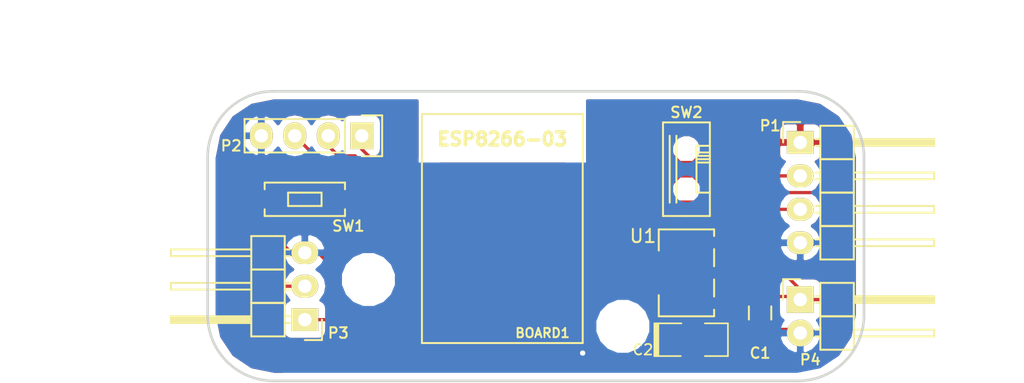
<source format=kicad_pcb>
(kicad_pcb (version 4) (host pcbnew 0.201510170916+6271~30~ubuntu14.04.1-product)

  (general
    (links 27)
    (no_connects 0)
    (area 137.559999 67.893999 187.560001 90.094001)
    (thickness 1.6)
    (drawings 12)
    (tracks 140)
    (zones 0)
    (modules 12)
    (nets 17)
  )

  (page A4)
  (layers
    (0 F.Cu signal)
    (31 B.Cu signal)
    (32 B.Adhes user)
    (33 F.Adhes user)
    (34 B.Paste user)
    (35 F.Paste user)
    (36 B.SilkS user)
    (37 F.SilkS user)
    (38 B.Mask user)
    (39 F.Mask user)
    (40 Dwgs.User user)
    (41 Cmts.User user)
    (42 Eco1.User user)
    (43 Eco2.User user)
    (44 Edge.Cuts user)
    (45 Margin user)
    (46 B.CrtYd user)
    (47 F.CrtYd user)
    (48 B.Fab user)
    (49 F.Fab user)
  )

  (setup
    (last_trace_width 0.25)
    (trace_clearance 0.2)
    (zone_clearance 0.508)
    (zone_45_only no)
    (trace_min 0.2)
    (segment_width 0.2)
    (edge_width 0.15)
    (via_size 0.6)
    (via_drill 0.4)
    (via_min_size 0.4)
    (via_min_drill 0.3)
    (uvia_size 0.3)
    (uvia_drill 0.1)
    (uvias_allowed no)
    (uvia_min_size 0.2)
    (uvia_min_drill 0.1)
    (pcb_text_width 0.3)
    (pcb_text_size 1.5 1.5)
    (mod_edge_width 0.15)
    (mod_text_size 1 1)
    (mod_text_width 0.15)
    (pad_size 1.524 1.524)
    (pad_drill 0.762)
    (pad_to_mask_clearance 0.2)
    (aux_axis_origin 0 0)
    (visible_elements FFFFFF7F)
    (pcbplotparams
      (layerselection 0x00030_80000001)
      (usegerberextensions false)
      (excludeedgelayer true)
      (linewidth 0.100000)
      (plotframeref false)
      (viasonmask false)
      (mode 1)
      (useauxorigin false)
      (hpglpennumber 1)
      (hpglpenspeed 20)
      (hpglpendiameter 15)
      (hpglpenoverlay 2)
      (psnegative false)
      (psa4output false)
      (plotreference true)
      (plotvalue true)
      (plotinvisibletext false)
      (padsonsilk false)
      (subtractmaskfromsilk false)
      (outputformat 1)
      (mirror false)
      (drillshape 1)
      (scaleselection 1)
      (outputdirectory ""))
  )

  (net 0 "")
  (net 1 GND)
  (net 2 "Net-(BOARD1-Pad2)")
  (net 3 /TX)
  (net 4 /RX)
  (net 5 "Net-(BOARD1-Pad5)")
  (net 6 +3V3)
  (net 7 "Net-(BOARD1-Pad7)")
  (net 8 /GPIO14)
  (net 9 /GPIO12)
  (net 10 /GPIO13)
  (net 11 /LEDs)
  (net 12 "Net-(BOARD1-Pad14)")
  (net 13 +5V)
  (net 14 "Net-(C2-Pad1)")
  (net 15 "Net-(SW2-Pad3)")
  (net 16 "Net-(SW2-Pad6)")

  (net_class Default "This is the default net class."
    (clearance 0.2)
    (trace_width 0.25)
    (via_dia 0.6)
    (via_drill 0.4)
    (uvia_dia 0.3)
    (uvia_drill 0.1)
    (add_net +3V3)
    (add_net +5V)
    (add_net /GPIO12)
    (add_net /GPIO13)
    (add_net /GPIO14)
    (add_net /LEDs)
    (add_net /RX)
    (add_net /TX)
    (add_net GND)
    (add_net "Net-(BOARD1-Pad14)")
    (add_net "Net-(BOARD1-Pad2)")
    (add_net "Net-(BOARD1-Pad5)")
    (add_net "Net-(BOARD1-Pad7)")
    (add_net "Net-(C2-Pad1)")
    (add_net "Net-(SW2-Pad3)")
    (add_net "Net-(SW2-Pad6)")
  )

  (module def-footprints:Board_ESP8266_03 (layer F.Cu) (tedit 562A9AB5) (tstamp 562A8668)
    (at 160.02 87.122)
    (path /561C181A)
    (fp_text reference BOARD1 (at 3.048 -0.762) (layer F.SilkS)
      (effects (font (size 0.7 0.7) (thickness 0.15)))
    )
    (fp_text value ESP8266-03 (at 0 -15.494 180) (layer F.SilkS)
      (effects (font (size 1 1) (thickness 0.25)))
    )
    (fp_line (start -6.1 0) (end 6.1 0) (layer F.SilkS) (width 0.15))
    (fp_line (start -6.1 -17.4) (end -6.1 0) (layer F.SilkS) (width 0.15))
    (fp_line (start -6.1 -17.4) (end 6.1 -17.4) (layer F.SilkS) (width 0.15))
    (fp_line (start 6.1 -17.4) (end 6.1 0) (layer F.SilkS) (width 0.15))
    (pad 1 smd rect (at 6.1 -1) (size 1.5 1) (layers F.Cu F.Paste F.Mask)
      (net 1 GND))
    (pad 2 smd rect (at 6.1 -3) (size 1.5 1) (layers F.Cu F.Paste F.Mask)
      (net 2 "Net-(BOARD1-Pad2)"))
    (pad 3 smd rect (at 6.1 -5) (size 1.5 1) (layers F.Cu F.Paste F.Mask)
      (net 3 /TX))
    (pad 4 smd rect (at 6.1 -7) (size 1.5 1) (layers F.Cu F.Paste F.Mask)
      (net 4 /RX))
    (pad 5 smd rect (at 6.1 -9) (size 1.5 1) (layers F.Cu F.Paste F.Mask)
      (net 5 "Net-(BOARD1-Pad5)"))
    (pad 6 smd rect (at 6.1 -11) (size 1.5 1) (layers F.Cu F.Paste F.Mask)
      (net 6 +3V3))
    (pad 7 smd rect (at 6.1 -13) (size 1.5 1) (layers F.Cu F.Paste F.Mask)
      (net 7 "Net-(BOARD1-Pad7)"))
    (pad 8 smd rect (at -6.1 -13) (size 1.5 1) (layers F.Cu F.Paste F.Mask)
      (net 6 +3V3))
    (pad 9 smd rect (at -6.1 -11) (size 1.5 1) (layers F.Cu F.Paste F.Mask)
      (net 8 /GPIO14))
    (pad 10 smd rect (at -6.1 -9) (size 1.5 1) (layers F.Cu F.Paste F.Mask)
      (net 9 /GPIO12))
    (pad 11 smd rect (at -6.1 -7) (size 1.5 1) (layers F.Cu F.Paste F.Mask)
      (net 10 /GPIO13))
    (pad 12 smd rect (at -6.1 -5) (size 1.5 1) (layers F.Cu F.Paste F.Mask)
      (net 1 GND))
    (pad 13 smd rect (at -6.1 -3) (size 1.5 1) (layers F.Cu F.Paste F.Mask)
      (net 11 /LEDs))
    (pad 14 smd rect (at -6.1 -1) (size 1.5 1) (layers F.Cu F.Paste F.Mask)
      (net 12 "Net-(BOARD1-Pad14)"))
  )

  (module Capacitors_SMD:C_0805_HandSoldering (layer F.Cu) (tedit 562A9B69) (tstamp 562A866E)
    (at 179.578 84.836 270)
    (descr "Capacitor SMD 0805, hand soldering")
    (tags "capacitor 0805")
    (path /56255599)
    (attr smd)
    (fp_text reference C1 (at 3.048 0 360) (layer F.SilkS)
      (effects (font (size 0.8 0.8) (thickness 0.15)))
    )
    (fp_text value C (at 0 2.1 270) (layer F.Fab) hide
      (effects (font (size 1 1) (thickness 0.15)))
    )
    (fp_line (start -2.3 -1) (end 2.3 -1) (layer F.CrtYd) (width 0.05))
    (fp_line (start -2.3 1) (end 2.3 1) (layer F.CrtYd) (width 0.05))
    (fp_line (start -2.3 -1) (end -2.3 1) (layer F.CrtYd) (width 0.05))
    (fp_line (start 2.3 -1) (end 2.3 1) (layer F.CrtYd) (width 0.05))
    (fp_line (start 0.5 -0.85) (end -0.5 -0.85) (layer F.SilkS) (width 0.15))
    (fp_line (start -0.5 0.85) (end 0.5 0.85) (layer F.SilkS) (width 0.15))
    (pad 1 smd rect (at -1.25 0 270) (size 1.5 1.25) (layers F.Cu F.Paste F.Mask)
      (net 13 +5V))
    (pad 2 smd rect (at 1.25 0 270) (size 1.5 1.25) (layers F.Cu F.Paste F.Mask)
      (net 1 GND))
    (model Capacitors_SMD.3dshapes/C_0805_HandSoldering.wrl
      (at (xyz 0 0 0))
      (scale (xyz 1 1 1))
      (rotate (xyz 0 0 0))
    )
  )

  (module def-footprints:Package_1206_pol (layer F.Cu) (tedit 562A9B18) (tstamp 562A8674)
    (at 174.498 86.868)
    (path /562555F5)
    (attr smd)
    (fp_text reference C2 (at -3.81 0.762) (layer F.SilkS)
      (effects (font (size 0.8 0.8) (thickness 0.127)))
    )
    (fp_text value CP (at 0 0) (layer F.Fab) hide
      (effects (font (size 0.6 0.6) (thickness 0.127)))
    )
    (fp_line (start -2.74 -1.243) (end -2.74 1.243) (layer F.SilkS) (width 0.127))
    (fp_line (start -2.84 -1.243) (end -2.84 1.243) (layer F.SilkS) (width 0.127))
    (fp_line (start -2.94 -1.243) (end -2.94 1.243) (layer F.SilkS) (width 0.127))
    (fp_line (start -2.64 -1.243) (end -2.64 1.243) (layer F.SilkS) (width 0.127))
    (fp_line (start -2.94 1.243) (end -0.939 1.243) (layer F.SilkS) (width 0.127))
    (fp_line (start 0.889 -1.243) (end 2.64 -1.243) (layer F.SilkS) (width 0.127))
    (fp_line (start 2.64 -1.243) (end 2.64 1.243) (layer F.SilkS) (width 0.127))
    (fp_line (start 2.64 1.243) (end 0.889 1.243) (layer F.SilkS) (width 0.127))
    (fp_line (start -0.889 -1.243) (end -2.94 -1.243) (layer F.SilkS) (width 0.127))
    (pad 1 smd rect (at -1.651 0) (size 1.524 2.032) (layers F.Cu F.Paste F.Mask)
      (net 14 "Net-(C2-Pad1)"))
    (pad 2 smd rect (at 1.651 0) (size 1.524 2.032) (layers F.Cu F.Paste F.Mask)
      (net 1 GND))
    (model smd/chip_cms.wrl
      (at (xyz 0 0 0))
      (scale (xyz 0.17 0.16 0.16))
      (rotate (xyz 0 0 0))
    )
  )

  (module Pin_Headers:Pin_Header_Angled_1x04 (layer F.Cu) (tedit 562A9B03) (tstamp 562A867C)
    (at 182.626 71.882)
    (descr "Through hole pin header")
    (tags "pin header")
    (path /56255B55)
    (fp_text reference P1 (at -2.286 -1.27) (layer F.SilkS)
      (effects (font (size 0.8 0.8) (thickness 0.15)))
    )
    (fp_text value CONN_01X04 (at 0 -3.1) (layer F.Fab) hide
      (effects (font (size 1 1) (thickness 0.15)))
    )
    (fp_line (start -1.5 -1.75) (end -1.5 9.4) (layer F.CrtYd) (width 0.05))
    (fp_line (start 10.65 -1.75) (end 10.65 9.4) (layer F.CrtYd) (width 0.05))
    (fp_line (start -1.5 -1.75) (end 10.65 -1.75) (layer F.CrtYd) (width 0.05))
    (fp_line (start -1.5 9.4) (end 10.65 9.4) (layer F.CrtYd) (width 0.05))
    (fp_line (start -1.3 -1.55) (end -1.3 0) (layer F.SilkS) (width 0.15))
    (fp_line (start 0 -1.55) (end -1.3 -1.55) (layer F.SilkS) (width 0.15))
    (fp_line (start 4.191 -0.127) (end 10.033 -0.127) (layer F.SilkS) (width 0.15))
    (fp_line (start 10.033 -0.127) (end 10.033 0.127) (layer F.SilkS) (width 0.15))
    (fp_line (start 10.033 0.127) (end 4.191 0.127) (layer F.SilkS) (width 0.15))
    (fp_line (start 4.191 0.127) (end 4.191 0) (layer F.SilkS) (width 0.15))
    (fp_line (start 4.191 0) (end 10.033 0) (layer F.SilkS) (width 0.15))
    (fp_line (start 1.524 -0.254) (end 1.143 -0.254) (layer F.SilkS) (width 0.15))
    (fp_line (start 1.524 0.254) (end 1.143 0.254) (layer F.SilkS) (width 0.15))
    (fp_line (start 1.524 2.286) (end 1.143 2.286) (layer F.SilkS) (width 0.15))
    (fp_line (start 1.524 2.794) (end 1.143 2.794) (layer F.SilkS) (width 0.15))
    (fp_line (start 1.524 4.826) (end 1.143 4.826) (layer F.SilkS) (width 0.15))
    (fp_line (start 1.524 5.334) (end 1.143 5.334) (layer F.SilkS) (width 0.15))
    (fp_line (start 1.524 7.874) (end 1.143 7.874) (layer F.SilkS) (width 0.15))
    (fp_line (start 1.524 7.366) (end 1.143 7.366) (layer F.SilkS) (width 0.15))
    (fp_line (start 1.524 -1.27) (end 4.064 -1.27) (layer F.SilkS) (width 0.15))
    (fp_line (start 1.524 1.27) (end 4.064 1.27) (layer F.SilkS) (width 0.15))
    (fp_line (start 1.524 1.27) (end 1.524 3.81) (layer F.SilkS) (width 0.15))
    (fp_line (start 1.524 3.81) (end 4.064 3.81) (layer F.SilkS) (width 0.15))
    (fp_line (start 4.064 2.286) (end 10.16 2.286) (layer F.SilkS) (width 0.15))
    (fp_line (start 10.16 2.286) (end 10.16 2.794) (layer F.SilkS) (width 0.15))
    (fp_line (start 10.16 2.794) (end 4.064 2.794) (layer F.SilkS) (width 0.15))
    (fp_line (start 4.064 3.81) (end 4.064 1.27) (layer F.SilkS) (width 0.15))
    (fp_line (start 4.064 1.27) (end 4.064 -1.27) (layer F.SilkS) (width 0.15))
    (fp_line (start 10.16 0.254) (end 4.064 0.254) (layer F.SilkS) (width 0.15))
    (fp_line (start 10.16 -0.254) (end 10.16 0.254) (layer F.SilkS) (width 0.15))
    (fp_line (start 4.064 -0.254) (end 10.16 -0.254) (layer F.SilkS) (width 0.15))
    (fp_line (start 1.524 1.27) (end 4.064 1.27) (layer F.SilkS) (width 0.15))
    (fp_line (start 1.524 -1.27) (end 1.524 1.27) (layer F.SilkS) (width 0.15))
    (fp_line (start 1.524 6.35) (end 4.064 6.35) (layer F.SilkS) (width 0.15))
    (fp_line (start 1.524 6.35) (end 1.524 8.89) (layer F.SilkS) (width 0.15))
    (fp_line (start 1.524 8.89) (end 4.064 8.89) (layer F.SilkS) (width 0.15))
    (fp_line (start 4.064 7.366) (end 10.16 7.366) (layer F.SilkS) (width 0.15))
    (fp_line (start 10.16 7.366) (end 10.16 7.874) (layer F.SilkS) (width 0.15))
    (fp_line (start 10.16 7.874) (end 4.064 7.874) (layer F.SilkS) (width 0.15))
    (fp_line (start 4.064 8.89) (end 4.064 6.35) (layer F.SilkS) (width 0.15))
    (fp_line (start 4.064 6.35) (end 4.064 3.81) (layer F.SilkS) (width 0.15))
    (fp_line (start 10.16 5.334) (end 4.064 5.334) (layer F.SilkS) (width 0.15))
    (fp_line (start 10.16 4.826) (end 10.16 5.334) (layer F.SilkS) (width 0.15))
    (fp_line (start 4.064 4.826) (end 10.16 4.826) (layer F.SilkS) (width 0.15))
    (fp_line (start 1.524 6.35) (end 4.064 6.35) (layer F.SilkS) (width 0.15))
    (fp_line (start 1.524 3.81) (end 1.524 6.35) (layer F.SilkS) (width 0.15))
    (fp_line (start 1.524 3.81) (end 4.064 3.81) (layer F.SilkS) (width 0.15))
    (pad 1 thru_hole rect (at 0 0) (size 2.032 1.7272) (drill 1.016) (layers *.Cu *.Mask F.SilkS)
      (net 6 +3V3))
    (pad 2 thru_hole oval (at 0 2.54) (size 2.032 1.7272) (drill 1.016) (layers *.Cu *.Mask F.SilkS)
      (net 4 /RX))
    (pad 3 thru_hole oval (at 0 5.08) (size 2.032 1.7272) (drill 1.016) (layers *.Cu *.Mask F.SilkS)
      (net 3 /TX))
    (pad 4 thru_hole oval (at 0 7.62) (size 2.032 1.7272) (drill 1.016) (layers *.Cu *.Mask F.SilkS)
      (net 1 GND))
    (model Pin_Headers.3dshapes/Pin_Header_Angled_1x04.wrl
      (at (xyz 0 -0.15 0))
      (scale (xyz 1 1 1))
      (rotate (xyz 0 0 90))
    )
  )

  (module Pin_Headers:Pin_Header_Straight_1x04 (layer F.Cu) (tedit 562A9B32) (tstamp 562A8684)
    (at 149.352 71.374 270)
    (descr "Through hole pin header")
    (tags "pin header")
    (path /56256D29)
    (fp_text reference P2 (at 0.762 9.906 360) (layer F.SilkS)
      (effects (font (size 0.8 0.8) (thickness 0.15)))
    )
    (fp_text value CONN_01X04 (at 0 -3.1 270) (layer F.Fab) hide
      (effects (font (size 1 1) (thickness 0.15)))
    )
    (fp_line (start -1.75 -1.75) (end -1.75 9.4) (layer F.CrtYd) (width 0.05))
    (fp_line (start 1.75 -1.75) (end 1.75 9.4) (layer F.CrtYd) (width 0.05))
    (fp_line (start -1.75 -1.75) (end 1.75 -1.75) (layer F.CrtYd) (width 0.05))
    (fp_line (start -1.75 9.4) (end 1.75 9.4) (layer F.CrtYd) (width 0.05))
    (fp_line (start -1.27 1.27) (end -1.27 8.89) (layer F.SilkS) (width 0.15))
    (fp_line (start 1.27 1.27) (end 1.27 8.89) (layer F.SilkS) (width 0.15))
    (fp_line (start 1.55 -1.55) (end 1.55 0) (layer F.SilkS) (width 0.15))
    (fp_line (start -1.27 8.89) (end 1.27 8.89) (layer F.SilkS) (width 0.15))
    (fp_line (start 1.27 1.27) (end -1.27 1.27) (layer F.SilkS) (width 0.15))
    (fp_line (start -1.55 0) (end -1.55 -1.55) (layer F.SilkS) (width 0.15))
    (fp_line (start -1.55 -1.55) (end 1.55 -1.55) (layer F.SilkS) (width 0.15))
    (pad 1 thru_hole rect (at 0 0 270) (size 2.032 1.7272) (drill 1.016) (layers *.Cu *.Mask F.SilkS)
      (net 8 /GPIO14))
    (pad 2 thru_hole oval (at 0 2.54 270) (size 2.032 1.7272) (drill 1.016) (layers *.Cu *.Mask F.SilkS)
      (net 9 /GPIO12))
    (pad 3 thru_hole oval (at 0 5.08 270) (size 2.032 1.7272) (drill 1.016) (layers *.Cu *.Mask F.SilkS)
      (net 10 /GPIO13))
    (pad 4 thru_hole oval (at 0 7.62 270) (size 2.032 1.7272) (drill 1.016) (layers *.Cu *.Mask F.SilkS)
      (net 1 GND))
    (model Pin_Headers.3dshapes/Pin_Header_Straight_1x04.wrl
      (at (xyz 0 -0.15 0))
      (scale (xyz 1 1 1))
      (rotate (xyz 0 0 90))
    )
  )

  (module Pin_Headers:Pin_Header_Angled_1x03 (layer F.Cu) (tedit 562A9B24) (tstamp 562A868B)
    (at 145.034 85.344 180)
    (descr "Through hole pin header")
    (tags "pin header")
    (path /56255A5F)
    (fp_text reference P3 (at -2.54 -1.016 180) (layer F.SilkS)
      (effects (font (size 0.8 0.8) (thickness 0.15)))
    )
    (fp_text value CONN_01X03 (at 0 -3.1 180) (layer F.Fab) hide
      (effects (font (size 1 1) (thickness 0.15)))
    )
    (fp_line (start -1.5 -1.75) (end -1.5 6.85) (layer F.CrtYd) (width 0.05))
    (fp_line (start 10.65 -1.75) (end 10.65 6.85) (layer F.CrtYd) (width 0.05))
    (fp_line (start -1.5 -1.75) (end 10.65 -1.75) (layer F.CrtYd) (width 0.05))
    (fp_line (start -1.5 6.85) (end 10.65 6.85) (layer F.CrtYd) (width 0.05))
    (fp_line (start -1.3 -1.55) (end -1.3 0) (layer F.SilkS) (width 0.15))
    (fp_line (start 0 -1.55) (end -1.3 -1.55) (layer F.SilkS) (width 0.15))
    (fp_line (start 4.191 -0.127) (end 10.033 -0.127) (layer F.SilkS) (width 0.15))
    (fp_line (start 10.033 -0.127) (end 10.033 0.127) (layer F.SilkS) (width 0.15))
    (fp_line (start 10.033 0.127) (end 4.191 0.127) (layer F.SilkS) (width 0.15))
    (fp_line (start 4.191 0.127) (end 4.191 0) (layer F.SilkS) (width 0.15))
    (fp_line (start 4.191 0) (end 10.033 0) (layer F.SilkS) (width 0.15))
    (fp_line (start 1.524 -0.254) (end 1.143 -0.254) (layer F.SilkS) (width 0.15))
    (fp_line (start 1.524 0.254) (end 1.143 0.254) (layer F.SilkS) (width 0.15))
    (fp_line (start 1.524 2.286) (end 1.143 2.286) (layer F.SilkS) (width 0.15))
    (fp_line (start 1.524 2.794) (end 1.143 2.794) (layer F.SilkS) (width 0.15))
    (fp_line (start 1.524 4.826) (end 1.143 4.826) (layer F.SilkS) (width 0.15))
    (fp_line (start 1.524 5.334) (end 1.143 5.334) (layer F.SilkS) (width 0.15))
    (fp_line (start 4.064 1.27) (end 4.064 -1.27) (layer F.SilkS) (width 0.15))
    (fp_line (start 10.16 0.254) (end 4.064 0.254) (layer F.SilkS) (width 0.15))
    (fp_line (start 10.16 -0.254) (end 10.16 0.254) (layer F.SilkS) (width 0.15))
    (fp_line (start 4.064 -0.254) (end 10.16 -0.254) (layer F.SilkS) (width 0.15))
    (fp_line (start 1.524 1.27) (end 4.064 1.27) (layer F.SilkS) (width 0.15))
    (fp_line (start 1.524 -1.27) (end 1.524 1.27) (layer F.SilkS) (width 0.15))
    (fp_line (start 1.524 -1.27) (end 4.064 -1.27) (layer F.SilkS) (width 0.15))
    (fp_line (start 1.524 3.81) (end 4.064 3.81) (layer F.SilkS) (width 0.15))
    (fp_line (start 1.524 3.81) (end 1.524 6.35) (layer F.SilkS) (width 0.15))
    (fp_line (start 4.064 4.826) (end 10.16 4.826) (layer F.SilkS) (width 0.15))
    (fp_line (start 10.16 4.826) (end 10.16 5.334) (layer F.SilkS) (width 0.15))
    (fp_line (start 10.16 5.334) (end 4.064 5.334) (layer F.SilkS) (width 0.15))
    (fp_line (start 4.064 6.35) (end 4.064 3.81) (layer F.SilkS) (width 0.15))
    (fp_line (start 4.064 3.81) (end 4.064 1.27) (layer F.SilkS) (width 0.15))
    (fp_line (start 10.16 2.794) (end 4.064 2.794) (layer F.SilkS) (width 0.15))
    (fp_line (start 10.16 2.286) (end 10.16 2.794) (layer F.SilkS) (width 0.15))
    (fp_line (start 4.064 2.286) (end 10.16 2.286) (layer F.SilkS) (width 0.15))
    (fp_line (start 1.524 3.81) (end 4.064 3.81) (layer F.SilkS) (width 0.15))
    (fp_line (start 1.524 1.27) (end 1.524 3.81) (layer F.SilkS) (width 0.15))
    (fp_line (start 1.524 1.27) (end 4.064 1.27) (layer F.SilkS) (width 0.15))
    (fp_line (start 1.524 6.35) (end 4.064 6.35) (layer F.SilkS) (width 0.15))
    (pad 1 thru_hole rect (at 0 0 180) (size 2.032 1.7272) (drill 1.016) (layers *.Cu *.Mask F.SilkS)
      (net 11 /LEDs))
    (pad 2 thru_hole oval (at 0 2.54 180) (size 2.032 1.7272) (drill 1.016) (layers *.Cu *.Mask F.SilkS)
      (net 13 +5V))
    (pad 3 thru_hole oval (at 0 5.08 180) (size 2.032 1.7272) (drill 1.016) (layers *.Cu *.Mask F.SilkS)
      (net 1 GND))
    (model Pin_Headers.3dshapes/Pin_Header_Angled_1x03.wrl
      (at (xyz 0 -0.1 0))
      (scale (xyz 1 1 1))
      (rotate (xyz 0 0 90))
    )
  )

  (module Pin_Headers:Pin_Header_Angled_1x02 (layer F.Cu) (tedit 562A9B4A) (tstamp 562A8691)
    (at 182.626 83.82)
    (descr "Through hole pin header")
    (tags "pin header")
    (path /56255B43)
    (fp_text reference P4 (at 0.762 4.572) (layer F.SilkS)
      (effects (font (size 0.8 0.8) (thickness 0.15)))
    )
    (fp_text value CONN_01X02 (at 0 -3.1) (layer F.Fab) hide
      (effects (font (size 1 1) (thickness 0.15)))
    )
    (fp_line (start -1.5 -1.75) (end -1.5 4.3) (layer F.CrtYd) (width 0.05))
    (fp_line (start 10.65 -1.75) (end 10.65 4.3) (layer F.CrtYd) (width 0.05))
    (fp_line (start -1.5 -1.75) (end 10.65 -1.75) (layer F.CrtYd) (width 0.05))
    (fp_line (start -1.5 4.3) (end 10.65 4.3) (layer F.CrtYd) (width 0.05))
    (fp_line (start -1.3 -1.55) (end -1.3 0) (layer F.SilkS) (width 0.15))
    (fp_line (start 0 -1.55) (end -1.3 -1.55) (layer F.SilkS) (width 0.15))
    (fp_line (start 4.191 -0.127) (end 10.033 -0.127) (layer F.SilkS) (width 0.15))
    (fp_line (start 10.033 -0.127) (end 10.033 0.127) (layer F.SilkS) (width 0.15))
    (fp_line (start 10.033 0.127) (end 4.191 0.127) (layer F.SilkS) (width 0.15))
    (fp_line (start 4.191 0.127) (end 4.191 0) (layer F.SilkS) (width 0.15))
    (fp_line (start 4.191 0) (end 10.033 0) (layer F.SilkS) (width 0.15))
    (fp_line (start 1.524 -0.254) (end 1.143 -0.254) (layer F.SilkS) (width 0.15))
    (fp_line (start 1.524 0.254) (end 1.143 0.254) (layer F.SilkS) (width 0.15))
    (fp_line (start 1.524 2.286) (end 1.143 2.286) (layer F.SilkS) (width 0.15))
    (fp_line (start 1.524 2.794) (end 1.143 2.794) (layer F.SilkS) (width 0.15))
    (fp_line (start 1.524 -1.27) (end 4.064 -1.27) (layer F.SilkS) (width 0.15))
    (fp_line (start 1.524 1.27) (end 4.064 1.27) (layer F.SilkS) (width 0.15))
    (fp_line (start 1.524 1.27) (end 1.524 3.81) (layer F.SilkS) (width 0.15))
    (fp_line (start 1.524 3.81) (end 4.064 3.81) (layer F.SilkS) (width 0.15))
    (fp_line (start 4.064 2.286) (end 10.16 2.286) (layer F.SilkS) (width 0.15))
    (fp_line (start 10.16 2.286) (end 10.16 2.794) (layer F.SilkS) (width 0.15))
    (fp_line (start 10.16 2.794) (end 4.064 2.794) (layer F.SilkS) (width 0.15))
    (fp_line (start 4.064 3.81) (end 4.064 1.27) (layer F.SilkS) (width 0.15))
    (fp_line (start 4.064 1.27) (end 4.064 -1.27) (layer F.SilkS) (width 0.15))
    (fp_line (start 10.16 0.254) (end 4.064 0.254) (layer F.SilkS) (width 0.15))
    (fp_line (start 10.16 -0.254) (end 10.16 0.254) (layer F.SilkS) (width 0.15))
    (fp_line (start 4.064 -0.254) (end 10.16 -0.254) (layer F.SilkS) (width 0.15))
    (fp_line (start 1.524 1.27) (end 4.064 1.27) (layer F.SilkS) (width 0.15))
    (fp_line (start 1.524 -1.27) (end 1.524 1.27) (layer F.SilkS) (width 0.15))
    (pad 1 thru_hole rect (at 0 0) (size 2.032 2.032) (drill 1.016) (layers *.Cu *.Mask F.SilkS)
      (net 13 +5V))
    (pad 2 thru_hole oval (at 0 2.54) (size 2.032 2.032) (drill 1.016) (layers *.Cu *.Mask F.SilkS)
      (net 1 GND))
    (model Pin_Headers.3dshapes/Pin_Header_Angled_1x02.wrl
      (at (xyz 0 -0.05 0))
      (scale (xyz 1 1 1))
      (rotate (xyz 0 0 90))
    )
  )

  (module def-footprints:Switches_Push_Switch_SMD_Seeedstudio_DHT-1163S (layer F.Cu) (tedit 562A9B2A) (tstamp 562A8697)
    (at 145.034 76.2)
    (path /562A676F)
    (fp_text reference SW1 (at 3.302 2.032) (layer F.SilkS)
      (effects (font (size 0.8 0.8) (thickness 0.15)))
    )
    (fp_text value SW_PUSH (at 0 2.54) (layer F.Fab) hide
      (effects (font (size 1 1) (thickness 0.15)))
    )
    (fp_line (start 1.27 0.508) (end 1.27 -0.508) (layer F.SilkS) (width 0.15))
    (fp_line (start -1.27 -0.508) (end -1.27 0.508) (layer F.SilkS) (width 0.15))
    (fp_line (start -1.27 0.508) (end 1.27 0.508) (layer F.SilkS) (width 0.15))
    (fp_line (start 1.27 -0.508) (end -1.27 -0.508) (layer F.SilkS) (width 0.15))
    (fp_line (start 3.048 0.762) (end 3.048 1.27) (layer F.SilkS) (width 0.15))
    (fp_line (start 3.048 1.27) (end -3.048 1.27) (layer F.SilkS) (width 0.15))
    (fp_line (start -3.048 1.27) (end -3.048 0.762) (layer F.SilkS) (width 0.15))
    (fp_line (start -3.048 -0.762) (end -3.048 -1.27) (layer F.SilkS) (width 0.15))
    (fp_line (start -3.048 -1.27) (end 3.048 -1.27) (layer F.SilkS) (width 0.15))
    (fp_line (start 3.048 -1.27) (end 3.048 -0.762) (layer F.SilkS) (width 0.15))
    (pad 1 smd rect (at -3.325 0) (size 2.65 1.4) (layers F.Cu F.Paste F.Mask)
      (net 1 GND))
    (pad 2 smd rect (at 3.325 0) (size 2.65 1.4) (layers F.Cu F.Paste F.Mask)
      (net 12 "Net-(BOARD1-Pad14)"))
  )

  (module def-footprints:Switches_Switch_DPDT_SMD_Seeedstudio_311030005 (layer F.Cu) (tedit 562A9B0D) (tstamp 562A86A3)
    (at 173.99 73.914 90)
    (path /562A70F7)
    (fp_text reference SW2 (at 4.318 0 180) (layer F.SilkS)
      (effects (font (size 0.8 0.8) (thickness 0.15)))
    )
    (fp_text value PASSIVES_Switch_DPDT (at 0 5.334 90) (layer F.Fab) hide
      (effects (font (size 1 1) (thickness 0.15)))
    )
    (fp_line (start 1.016 1.778) (end 1.016 0.762) (layer F.SilkS) (width 0.15))
    (fp_line (start 0.762 0.762) (end 0.762 1.778) (layer F.SilkS) (width 0.15))
    (fp_line (start 0.508 1.778) (end 0.508 0.762) (layer F.SilkS) (width 0.15))
    (fp_line (start 1.27 0.762) (end 1.27 1.778) (layer F.SilkS) (width 0.15))
    (fp_line (start -1.778 1.778) (end -1.778 0.762) (layer F.SilkS) (width 0.15))
    (fp_line (start -1.778 0.762) (end 1.778 0.762) (layer F.SilkS) (width 0.15))
    (fp_line (start 1.778 0.762) (end 1.778 1.778) (layer F.SilkS) (width 0.15))
    (fp_line (start 2.54 -0.762) (end -2.54 -0.762) (layer F.SilkS) (width 0.15))
    (fp_line (start -2.54 -1.27) (end 2.54 -1.27) (layer F.SilkS) (width 0.15))
    (fp_line (start -3.556 0) (end -3.556 -1.778) (layer F.SilkS) (width 0.15))
    (fp_line (start -3.556 -1.778) (end 3.556 -1.778) (layer F.SilkS) (width 0.15))
    (fp_line (start 3.556 -1.778) (end 3.556 1.778) (layer F.SilkS) (width 0.15))
    (fp_line (start 3.556 1.778) (end -3.556 1.778) (layer F.SilkS) (width 0.15))
    (fp_line (start -3.556 1.778) (end -3.556 0) (layer F.SilkS) (width 0.15))
    (pad 1 smd rect (at -2.5 2.65 90) (size 1 1.6) (layers F.Cu F.Paste F.Mask)
      (net 14 "Net-(C2-Pad1)"))
    (pad 2 smd rect (at 0 2.65 90) (size 1 1.6) (layers F.Cu F.Paste F.Mask)
      (net 6 +3V3))
    (pad 3 smd rect (at 2.5 2.65 90) (size 1 1.6) (layers F.Cu F.Paste F.Mask)
      (net 15 "Net-(SW2-Pad3)"))
    (pad 6 smd rect (at 2.5 -2.65 90) (size 1 1.6) (layers F.Cu F.Paste F.Mask)
      (net 16 "Net-(SW2-Pad6)"))
    (pad 5 smd rect (at 0 -2.65 90) (size 1 1.6) (layers F.Cu F.Paste F.Mask)
      (net 6 +3V3))
    (pad 4 smd rect (at -2.5 -2.65 90) (size 1 1.6) (layers F.Cu F.Paste F.Mask)
      (net 14 "Net-(C2-Pad1)"))
    (pad "" np_thru_hole circle (at -1.5 0 90) (size 1 1) (drill 1) (layers *.Cu *.Mask F.SilkS))
    (pad "" np_thru_hole circle (at 1.5 0 90) (size 1 1) (drill 1) (layers *.Cu *.Mask F.SilkS))
  )

  (module def-footprints:Package_SOT-223-3 (layer F.Cu) (tedit 562A9B74) (tstamp 562A86AB)
    (at 173.99 81.788 90)
    (path /56255456)
    (fp_text reference U1 (at 2.794 -3.302 180) (layer F.SilkS)
      (effects (font (size 1 1) (thickness 0.15)))
    )
    (fp_text value LD1117S33CTR (at 3.5 -5.7 90) (layer F.Fab) hide
      (effects (font (size 1 1) (thickness 0.15)))
    )
    (fp_line (start 2.8 2.1) (end 3.3 2.1) (layer F.SilkS) (width 0.15))
    (fp_line (start 3.3 2.1) (end 3.3 -2.1) (layer F.SilkS) (width 0.15))
    (fp_line (start 3.3 -2.1) (end 1.7 -2.1) (layer F.SilkS) (width 0.15))
    (fp_line (start 0.5 2.1) (end 1.8 2.1) (layer F.SilkS) (width 0.15))
    (fp_line (start -1.8 2.1) (end -0.5 2.1) (layer F.SilkS) (width 0.15))
    (fp_line (start -3.3 -2.1) (end -3.3 2.1) (layer F.SilkS) (width 0.15))
    (fp_line (start -3.3 2.1) (end -2.8 2.1) (layer F.SilkS) (width 0.15))
    (fp_line (start -3.3 -2.1) (end -1.7 -2.1) (layer F.SilkS) (width 0.15))
    (pad 2 smd rect (at 0 -3.05 90) (size 3.25 1.9) (layers F.Cu F.Paste F.Mask)
      (net 14 "Net-(C2-Pad1)"))
    (pad 1 smd rect (at -2.3 3.05 90) (size 0.95 1.9) (layers F.Cu F.Paste F.Mask)
      (net 1 GND))
    (pad 2 smd rect (at 0 3.05 90) (size 0.95 1.9) (layers F.Cu F.Paste F.Mask)
      (net 14 "Net-(C2-Pad1)"))
    (pad 3 smd rect (at 2.3 3.05 90) (size 0.95 1.9) (layers F.Cu F.Paste F.Mask)
      (net 13 +5V))
  )

  (module def-footprints:Mechanical_Drill_3mm (layer F.Cu) (tedit 0) (tstamp 562A9EE0)
    (at 149.86 82.296)
    (fp_text reference Mechanical_drill_3mm (at 0.635 3.175) (layer F.SilkS) hide
      (effects (font (size 1 1) (thickness 0.15)))
    )
    (fp_text value "" (at 4.445 1.27) (layer F.SilkS) hide
      (effects (font (size 1 1) (thickness 0.15)))
    )
    (pad "" np_thru_hole circle (at 0 0) (size 3 3) (drill 3) (layers *.Cu *.Mask))
  )

  (module def-footprints:Mechanical_Drill_3mm (layer F.Cu) (tedit 0) (tstamp 562A9EF9)
    (at 169.164 85.852)
    (fp_text reference Mechanical_drill_3mm (at 0.635 3.175) (layer F.SilkS) hide
      (effects (font (size 1 1) (thickness 0.15)))
    )
    (fp_text value "" (at 4.445 1.27) (layer F.SilkS) hide
      (effects (font (size 1 1) (thickness 0.15)))
    )
    (pad "" np_thru_hole circle (at 0 0) (size 3 3) (drill 3) (layers *.Cu *.Mask))
  )

  (dimension 17.78 (width 0.3) (layer Dwgs.User)
    (gr_text "17,780 mm" (at 196.93 76.962 90) (layer Dwgs.User)
      (effects (font (size 1.5 1.5) (thickness 0.3)))
    )
    (feature1 (pts (xy 169.164 68.072) (xy 198.28 68.072)))
    (feature2 (pts (xy 169.164 85.852) (xy 198.28 85.852)))
    (crossbar (pts (xy 195.58 85.852) (xy 195.58 68.072)))
    (arrow1a (pts (xy 195.58 68.072) (xy 196.166421 69.198504)))
    (arrow1b (pts (xy 195.58 68.072) (xy 194.993579 69.198504)))
    (arrow2a (pts (xy 195.58 85.852) (xy 196.166421 84.725496)))
    (arrow2b (pts (xy 195.58 85.852) (xy 194.993579 84.725496)))
  )
  (dimension 18.288 (width 0.3) (layer Dwgs.User)
    (gr_text "18,288 mm" (at 178.308 62.912) (layer Dwgs.User)
      (effects (font (size 1.5 1.5) (thickness 0.3)))
    )
    (feature1 (pts (xy 187.452 85.852) (xy 187.452 61.562)))
    (feature2 (pts (xy 169.164 85.852) (xy 169.164 61.562)))
    (crossbar (pts (xy 169.164 64.262) (xy 187.452 64.262)))
    (arrow1a (pts (xy 187.452 64.262) (xy 186.325496 64.848421)))
    (arrow1b (pts (xy 187.452 64.262) (xy 186.325496 63.675579)))
    (arrow2a (pts (xy 169.164 64.262) (xy 170.290504 64.848421)))
    (arrow2b (pts (xy 169.164 64.262) (xy 170.290504 63.675579)))
  )
  (dimension 12.192 (width 0.3) (layer Dwgs.User)
    (gr_text "12,192 mm" (at 143.764 63.42) (layer Dwgs.User)
      (effects (font (size 1.5 1.5) (thickness 0.3)))
    )
    (feature1 (pts (xy 137.668 82.296) (xy 137.668 62.07)))
    (feature2 (pts (xy 149.86 82.296) (xy 149.86 62.07)))
    (crossbar (pts (xy 149.86 64.77) (xy 137.668 64.77)))
    (arrow1a (pts (xy 137.668 64.77) (xy 138.794504 64.183579)))
    (arrow1b (pts (xy 137.668 64.77) (xy 138.794504 65.356421)))
    (arrow2a (pts (xy 149.86 64.77) (xy 148.733496 64.183579)))
    (arrow2b (pts (xy 149.86 64.77) (xy 148.733496 65.356421)))
  )
  (dimension 14.224 (width 0.3) (layer Dwgs.User)
    (gr_text "14,224 mm" (at 128.19 75.184 90) (layer Dwgs.User)
      (effects (font (size 1.5 1.5) (thickness 0.3)))
    )
    (feature1 (pts (xy 149.86 68.072) (xy 126.84 68.072)))
    (feature2 (pts (xy 149.86 82.296) (xy 126.84 82.296)))
    (crossbar (pts (xy 129.54 82.296) (xy 129.54 68.072)))
    (arrow1a (pts (xy 129.54 68.072) (xy 130.126421 69.198504)))
    (arrow1b (pts (xy 129.54 68.072) (xy 128.953579 69.198504)))
    (arrow2a (pts (xy 129.54 82.296) (xy 130.126421 81.169496)))
    (arrow2b (pts (xy 129.54 82.296) (xy 128.953579 81.169496)))
  )
  (gr_line (start 142.66 67.994) (end 182.46 67.994) (angle 90) (layer Edge.Cuts) (width 0.2))
  (gr_line (start 187.46 72.994) (end 187.46 84.994) (angle 90) (layer Edge.Cuts) (width 0.2))
  (gr_line (start 182.46 89.994) (end 142.66 89.994) (angle 90) (layer Edge.Cuts) (width 0.2))
  (gr_line (start 137.66 84.994) (end 137.66 72.994) (angle 90) (layer Edge.Cuts) (width 0.2))
  (gr_arc (start 182.46 72.994) (end 182.46 67.994) (angle 90) (layer Edge.Cuts) (width 0.2))
  (gr_arc (start 182.46 84.994) (end 187.46 84.994) (angle 90) (layer Edge.Cuts) (width 0.2))
  (gr_arc (start 142.66 84.994) (end 142.66 89.994) (angle 90) (layer Edge.Cuts) (width 0.2))
  (gr_arc (start 142.66 72.994) (end 137.66 72.994) (angle 90) (layer Edge.Cuts) (width 0.2))

  (segment (start 176.149 86.868) (end 178.796 86.868) (width 0.25) (layer F.Cu) (net 1) (status 400000))
  (segment (start 178.796 86.868) (end 179.578 86.086) (width 0.25) (layer F.Cu) (net 1) (tstamp 562A9F13) (status 800000))
  (segment (start 166.12 86.122) (end 166.12 87.88) (width 0.25) (layer F.Cu) (net 1))
  (via (at 166.116 87.884) (size 0.6) (drill 0.4) (layers F.Cu B.Cu) (net 1))
  (segment (start 166.12 87.88) (end 166.116 87.884) (width 0.25) (layer F.Cu) (net 1) (tstamp 562A9EFC))
  (segment (start 151.765 83.947) (end 152.4 83.312) (width 0.25) (layer F.Cu) (net 1))
  (segment (start 152.828 82.122) (end 153.92 82.122) (width 0.25) (layer F.Cu) (net 1) (tstamp 562A9EF6))
  (segment (start 152.4 82.55) (end 152.828 82.122) (width 0.25) (layer F.Cu) (net 1) (tstamp 562A9EF5))
  (segment (start 152.4 83.312) (end 152.4 82.55) (width 0.25) (layer F.Cu) (net 1) (tstamp 562A9EF4))
  (segment (start 147.066 81.28) (end 146.05 80.264) (width 0.25) (layer F.Cu) (net 1) (tstamp 562A9EEC))
  (segment (start 147.066 83.058) (end 147.066 81.28) (width 0.25) (layer F.Cu) (net 1) (tstamp 562A9EEA))
  (segment (start 148.59 84.582) (end 147.066 83.058) (width 0.25) (layer F.Cu) (net 1) (tstamp 562A9EE8))
  (segment (start 151.13 84.582) (end 148.59 84.582) (width 0.25) (layer F.Cu) (net 1) (tstamp 562A9EE7))
  (segment (start 151.765 83.947) (end 151.13 84.582) (width 0.25) (layer F.Cu) (net 1) (tstamp 562A9EF2))
  (segment (start 146.05 80.264) (end 145.034 80.264) (width 0.25) (layer F.Cu) (net 1) (tstamp 562A9EEE))
  (segment (start 141.709 76.2) (end 141.709 71.397) (width 0.25) (layer F.Cu) (net 1))
  (segment (start 141.709 71.397) (end 141.732 71.374) (width 0.25) (layer F.Cu) (net 1) (tstamp 562A9706))
  (segment (start 145.034 80.264) (end 144.018 80.264) (width 0.25) (layer F.Cu) (net 1))
  (segment (start 144.018 80.264) (end 141.709 77.955) (width 0.25) (layer F.Cu) (net 1) (tstamp 562A9700))
  (segment (start 141.709 77.955) (end 141.709 76.2) (width 0.25) (layer F.Cu) (net 1) (tstamp 562A9702))
  (segment (start 141.709 71.397) (end 141.732 71.374) (width 0.25) (layer F.Cu) (net 1) (tstamp 562A888E))
  (segment (start 140.97 76.431) (end 141.709 75.692) (width 0.25) (layer F.Cu) (net 1) (tstamp 562A8830))
  (segment (start 140.97 76.454) (end 140.97 76.431) (width 0.25) (layer F.Cu) (net 1) (tstamp 562A8852))
  (segment (start 140.97 76.708) (end 140.97 76.454) (width 0.25) (layer F.Cu) (net 1) (tstamp 562A8861))
  (segment (start 141.709 71.397) (end 141.732 71.374) (width 0.25) (layer F.Cu) (net 1) (tstamp 562A8833))
  (segment (start 177.04 84.088) (end 177.04 84.838) (width 0.25) (layer F.Cu) (net 1))
  (segment (start 178.288 86.086) (end 179.578 86.086) (width 0.25) (layer F.Cu) (net 1) (tstamp 562A8816))
  (segment (start 177.04 84.838) (end 178.288 86.086) (width 0.25) (layer F.Cu) (net 1) (tstamp 562A8815))
  (segment (start 179.578 86.086) (end 182.352 86.086) (width 0.25) (layer F.Cu) (net 1))
  (segment (start 182.352 86.086) (end 182.626 86.36) (width 0.25) (layer F.Cu) (net 1) (tstamp 562A8812))
  (segment (start 178.796 86.868) (end 179.578 86.086) (width 0.25) (layer F.Cu) (net 1) (tstamp 562A880F))
  (segment (start 174.244 74.422) (end 174.498 74.422) (width 0.25) (layer F.Cu) (net 3))
  (segment (start 174.498 74.422) (end 175.26 75.184) (width 0.25) (layer F.Cu) (net 3))
  (segment (start 172.72 75.184) (end 171.45 75.184) (width 0.25) (layer F.Cu) (net 3))
  (segment (start 175.26 75.184) (end 179.07 75.184) (width 0.25) (layer F.Cu) (net 3) (tstamp 562A967A))
  (segment (start 179.07 75.184) (end 180.848 76.962) (width 0.25) (layer F.Cu) (net 3) (tstamp 562A87ED))
  (segment (start 182.626 76.962) (end 180.848 76.962) (width 0.25) (layer F.Cu) (net 3) (tstamp 562A87EF))
  (segment (start 167.306 82.122) (end 169.164 80.264) (width 0.25) (layer F.Cu) (net 3) (tstamp 562A87E5))
  (segment (start 169.164 80.264) (end 169.164 77.47) (width 0.25) (layer F.Cu) (net 3) (tstamp 562A87E7))
  (segment (start 167.306 82.122) (end 166.12 82.122) (width 0.25) (layer F.Cu) (net 3))
  (segment (start 170.434 75.184) (end 169.164 76.454) (width 0.25) (layer F.Cu) (net 3) (tstamp 562A8A96))
  (segment (start 169.164 76.454) (end 169.164 77.47) (width 0.25) (layer F.Cu) (net 3) (tstamp 562A8A99))
  (segment (start 171.45 75.184) (end 170.434 75.184) (width 0.25) (layer F.Cu) (net 3))
  (segment (start 174.244 74.422) (end 173.482 74.422) (width 0.25) (layer F.Cu) (net 3) (tstamp 562A9662))
  (segment (start 173.482 74.422) (end 172.72 75.184) (width 0.25) (layer F.Cu) (net 3) (tstamp 562A9663))
  (segment (start 174.244 73.406) (end 174.498 73.406) (width 0.25) (layer F.Cu) (net 4))
  (segment (start 174.498 73.406) (end 175.26 72.644) (width 0.25) (layer F.Cu) (net 4) (tstamp 562A9674))
  (segment (start 173.482 73.406) (end 172.72 72.644) (width 0.25) (layer F.Cu) (net 4) (tstamp 562A9658))
  (segment (start 174.244 73.406) (end 173.482 73.406) (width 0.25) (layer F.Cu) (net 4) (tstamp 562A9657))
  (segment (start 166.12 80.122) (end 167.528 80.122) (width 0.25) (layer F.Cu) (net 4))
  (segment (start 168.148 75.184) (end 170.688 72.644) (width 0.25) (layer F.Cu) (net 4) (tstamp 562A8A90))
  (segment (start 168.148 79.502) (end 168.148 75.184) (width 0.25) (layer F.Cu) (net 4) (tstamp 562A8A8E))
  (segment (start 167.528 80.122) (end 168.148 79.502) (width 0.25) (layer F.Cu) (net 4) (tstamp 562A8A8C))
  (segment (start 182.626 74.422) (end 180.848 74.422) (width 0.25) (layer F.Cu) (net 4))
  (segment (start 179.07 72.644) (end 175.26 72.644) (width 0.25) (layer F.Cu) (net 4) (tstamp 562A8A7B))
  (segment (start 172.72 72.644) (end 170.688 72.644) (width 0.25) (layer F.Cu) (net 4) (tstamp 562A965B))
  (segment (start 179.324 72.898) (end 179.07 72.644) (width 0.25) (layer F.Cu) (net 4) (tstamp 562A8A73))
  (segment (start 179.578 73.152) (end 179.324 72.898) (width 0.25) (layer F.Cu) (net 4) (tstamp 562A8A72))
  (segment (start 180.848 74.422) (end 179.578 73.152) (width 0.25) (layer F.Cu) (net 4) (tstamp 562A8A6F))
  (segment (start 171.34 73.914) (end 176.64 73.914) (width 0.25) (layer F.Cu) (net 6))
  (segment (start 176.64 73.914) (end 179.07 73.914) (width 0.25) (layer F.Cu) (net 6) (tstamp 562A9689))
  (segment (start 179.07 73.914) (end 180.848 75.692) (width 0.25) (layer F.Cu) (net 6) (tstamp 562A968A))
  (segment (start 180.848 75.692) (end 183.896 75.692) (width 0.25) (layer F.Cu) (net 6) (tstamp 562A968B))
  (segment (start 183.896 75.692) (end 184.912 74.676) (width 0.25) (layer F.Cu) (net 6) (tstamp 562A968E))
  (segment (start 184.912 74.676) (end 184.912 72.39) (width 0.25) (layer F.Cu) (net 6) (tstamp 562A9690))
  (segment (start 184.912 72.39) (end 184.404 71.882) (width 0.25) (layer F.Cu) (net 6) (tstamp 562A9692))
  (segment (start 184.404 71.882) (end 182.626 71.882) (width 0.25) (layer F.Cu) (net 6) (tstamp 562A9693))
  (segment (start 166.12 76.122) (end 166.194 76.122) (width 0.25) (layer F.Cu) (net 6))
  (segment (start 166.194 76.122) (end 168.402 73.914) (width 0.25) (layer F.Cu) (net 6) (tstamp 562A8AA4))
  (segment (start 169.418 69.596) (end 174.498 69.596) (width 0.25) (layer F.Cu) (net 6) (tstamp 562A8AA8))
  (segment (start 168.402 70.612) (end 169.418 69.596) (width 0.25) (layer F.Cu) (net 6) (tstamp 562A8AA7))
  (segment (start 168.402 73.914) (end 168.402 70.612) (width 0.25) (layer F.Cu) (net 6) (tstamp 562A8AA5))
  (segment (start 182.626 71.882) (end 180.086 71.882) (width 0.25) (layer F.Cu) (net 6))
  (segment (start 177.8 69.596) (end 174.498 69.596) (width 0.25) (layer F.Cu) (net 6) (tstamp 562A8A58))
  (segment (start 180.086 71.882) (end 177.8 69.596) (width 0.25) (layer F.Cu) (net 6) (tstamp 562A8A56))
  (segment (start 166.12 76.122) (end 161.974 76.122) (width 0.25) (layer F.Cu) (net 6))
  (segment (start 159.974 74.122) (end 153.92 74.122) (width 0.25) (layer F.Cu) (net 6) (tstamp 562A881C))
  (segment (start 161.974 76.122) (end 159.974 74.122) (width 0.25) (layer F.Cu) (net 6) (tstamp 562A881A))
  (segment (start 153.92 76.122) (end 153.084 76.122) (width 0.25) (layer F.Cu) (net 8))
  (segment (start 153.084 76.122) (end 149.352 72.39) (width 0.25) (layer F.Cu) (net 8) (tstamp 562A8976))
  (segment (start 149.352 72.39) (end 149.352 71.374) (width 0.25) (layer F.Cu) (net 8) (tstamp 562A8978))
  (segment (start 153.92 78.122) (end 152.544 78.122) (width 0.25) (layer F.Cu) (net 9))
  (segment (start 147.574 72.898) (end 146.812 72.136) (width 0.25) (layer F.Cu) (net 9) (tstamp 562A89E0))
  (segment (start 148.844 72.898) (end 147.574 72.898) (width 0.25) (layer F.Cu) (net 9) (tstamp 562A89DE))
  (segment (start 151.892 75.946) (end 148.844 72.898) (width 0.25) (layer F.Cu) (net 9) (tstamp 562A89DA))
  (segment (start 151.892 77.47) (end 151.892 75.946) (width 0.25) (layer F.Cu) (net 9) (tstamp 562A89D9))
  (segment (start 152.544 78.122) (end 151.892 77.47) (width 0.25) (layer F.Cu) (net 9) (tstamp 562A89D8))
  (segment (start 146.812 72.136) (end 146.812 71.374) (width 0.25) (layer F.Cu) (net 9) (tstamp 562A89E1))
  (segment (start 153.92 78.122) (end 153.56 78.122) (width 0.25) (layer F.Cu) (net 9))
  (segment (start 153.92 78.122) (end 153.92 77.974) (width 0.25) (layer F.Cu) (net 9))
  (segment (start 153.92 80.122) (end 153.02 80.122) (width 0.25) (layer F.Cu) (net 10))
  (segment (start 146.558 73.66) (end 144.272 71.374) (width 0.25) (layer F.Cu) (net 10) (tstamp 562A89D3))
  (segment (start 148.336 73.66) (end 146.558 73.66) (width 0.25) (layer F.Cu) (net 10) (tstamp 562A89D1))
  (segment (start 151.13 76.454) (end 148.336 73.66) (width 0.25) (layer F.Cu) (net 10) (tstamp 562A89CE))
  (segment (start 151.13 78.232) (end 151.13 76.454) (width 0.25) (layer F.Cu) (net 10) (tstamp 562A89CC))
  (segment (start 153.02 80.122) (end 151.13 78.232) (width 0.25) (layer F.Cu) (net 10) (tstamp 562A89CA))
  (segment (start 145.034 85.344) (end 151.638 85.344) (width 0.25) (layer F.Cu) (net 11))
  (segment (start 152.86 84.122) (end 153.92 84.122) (width 0.25) (layer F.Cu) (net 11) (tstamp 562A9713))
  (segment (start 151.638 85.344) (end 152.86 84.122) (width 0.25) (layer F.Cu) (net 11) (tstamp 562A9711))
  (segment (start 153.92 86.122) (end 154.67 86.122) (width 0.25) (layer F.Cu) (net 12))
  (segment (start 154.67 86.122) (end 155.702 85.09) (width 0.25) (layer F.Cu) (net 12) (tstamp 562A88AF))
  (segment (start 155.702 85.09) (end 155.702 81.788) (width 0.25) (layer F.Cu) (net 12) (tstamp 562A88B0))
  (segment (start 155.702 81.788) (end 154.94 81.026) (width 0.25) (layer F.Cu) (net 12) (tstamp 562A88B2))
  (segment (start 154.94 81.026) (end 152.4 81.026) (width 0.25) (layer F.Cu) (net 12) (tstamp 562A88B3))
  (segment (start 152.4 81.026) (end 150.114 78.74) (width 0.25) (layer F.Cu) (net 12) (tstamp 562A88B4))
  (segment (start 150.114 78.74) (end 150.114 76.962) (width 0.25) (layer F.Cu) (net 12) (tstamp 562A88B6))
  (segment (start 150.114 76.962) (end 149.352 76.2) (width 0.25) (layer F.Cu) (net 12) (tstamp 562A88B8))
  (segment (start 149.352 76.2) (end 148.359 76.2) (width 0.25) (layer F.Cu) (net 12) (tstamp 562A88B9))
  (segment (start 145.034 82.804) (end 143.002 82.804) (width 0.25) (layer F.Cu) (net 13))
  (segment (start 142.24 87.122) (end 143.764 88.646) (width 0.25) (layer F.Cu) (net 13) (tstamp 562A9719))
  (segment (start 142.24 83.566) (end 142.24 87.122) (width 0.25) (layer F.Cu) (net 13) (tstamp 562A9718))
  (segment (start 143.002 82.804) (end 142.24 83.566) (width 0.25) (layer F.Cu) (net 13) (tstamp 562A9717))
  (segment (start 184.15 83.82) (end 182.626 83.82) (width 0.25) (layer F.Cu) (net 13) (tstamp 562A8913))
  (segment (start 184.658 84.328) (end 184.15 83.82) (width 0.25) (layer F.Cu) (net 13) (tstamp 562A8912))
  (segment (start 184.658 87.63) (end 184.658 84.328) (width 0.25) (layer F.Cu) (net 13) (tstamp 562A8910))
  (segment (start 183.642 88.646) (end 184.658 87.63) (width 0.25) (layer F.Cu) (net 13) (tstamp 562A890E))
  (segment (start 143.764 88.646) (end 183.642 88.646) (width 0.25) (layer F.Cu) (net 13) (tstamp 562A971D))
  (segment (start 179.578 83.586) (end 182.392 83.586) (width 0.25) (layer F.Cu) (net 13))
  (segment (start 182.392 83.586) (end 182.626 83.82) (width 0.25) (layer F.Cu) (net 13) (tstamp 562A8805))
  (segment (start 179.578 83.586) (end 179.578 82.026) (width 0.25) (layer F.Cu) (net 13))
  (segment (start 179.578 82.026) (end 177.04 79.488) (width 0.25) (layer F.Cu) (net 13) (tstamp 562A8801))
  (segment (start 182.626 83.82) (end 182.626 83.058) (width 0.25) (layer F.Cu) (net 13))
  (segment (start 182.626 83.058) (end 179.056 79.488) (width 0.25) (layer F.Cu) (net 13) (tstamp 562A87F3))
  (segment (start 179.056 79.488) (end 177.04 79.488) (width 0.25) (layer F.Cu) (net 13) (tstamp 562A87F4))
  (segment (start 172.847 86.868) (end 172.847 86.487) (width 0.25) (layer F.Cu) (net 14) (status C00000))
  (segment (start 172.847 86.487) (end 171.196 84.836) (width 0.25) (layer F.Cu) (net 14) (tstamp 562A9F16) (status 400000))
  (segment (start 171.196 84.836) (end 171.196 82.044) (width 0.25) (layer F.Cu) (net 14) (tstamp 562A9F17) (status 800000))
  (segment (start 171.196 82.044) (end 170.94 81.788) (width 0.25) (layer F.Cu) (net 14) (tstamp 562A9F18) (status C00000))
  (segment (start 171.34 76.414) (end 176.64 76.414) (width 0.25) (layer F.Cu) (net 14))
  (segment (start 170.94 81.788) (end 170.94 76.814) (width 0.25) (layer F.Cu) (net 14))
  (segment (start 170.94 76.814) (end 171.34 76.414) (width 0.25) (layer F.Cu) (net 14) (tstamp 562A96CD))
  (segment (start 173.736 81.534) (end 173.99 81.788) (width 0.25) (layer F.Cu) (net 14))
  (segment (start 173.482 81.788) (end 173.736 81.534) (width 0.25) (layer F.Cu) (net 14))
  (segment (start 173.736 81.534) (end 173.736 81.788) (width 0.25) (layer F.Cu) (net 14) (tstamp 562A8ABF))
  (segment (start 172.847 86.868) (end 172.847 86.233) (width 0.25) (layer F.Cu) (net 14) (status 30))
  (segment (start 177.04 81.788) (end 173.99 81.788) (width 0.25) (layer F.Cu) (net 14))
  (segment (start 173.99 81.788) (end 173.736 81.788) (width 0.25) (layer F.Cu) (net 14) (tstamp 562A8AC3))
  (segment (start 173.736 81.788) (end 173.482 81.788) (width 0.25) (layer F.Cu) (net 14) (tstamp 562A8AB9))
  (segment (start 173.482 81.788) (end 170.94 81.788) (width 0.25) (layer F.Cu) (net 14) (tstamp 562A8ABB))
  (segment (start 176.49 76.564) (end 176.49 76.748) (width 0.25) (layer F.Cu) (net 14))

  (zone (net 1) (net_name GND) (layer B.Cu) (tstamp 562A97B5) (hatch edge 0.508)
    (connect_pads (clearance 0.508))
    (min_thickness 0.254)
    (fill yes (arc_segments 16) (thermal_gap 0.508) (thermal_bridge_width 0.508))
    (polygon
      (pts
        (xy 153.67 73.406) (xy 166.37 73.406) (xy 166.37 68.072) (xy 187.452 68.072) (xy 187.452 90.17)
        (xy 137.668 90.17) (xy 137.668 68.072) (xy 153.67 68.072) (xy 153.67 73.406)
      )
    )
    (filled_polygon
      (pts
        (xy 153.543 73.406) (xy 153.553006 73.45541) (xy 153.581447 73.497035) (xy 153.623841 73.524315) (xy 153.67 73.533)
        (xy 166.37 73.533) (xy 166.41941 73.522994) (xy 166.461035 73.494553) (xy 166.488315 73.452159) (xy 166.497 73.406)
        (xy 166.497 72.638775) (xy 172.854803 72.638775) (xy 173.027233 73.056086) (xy 173.346235 73.375645) (xy 173.763244 73.548803)
        (xy 174.214775 73.549197) (xy 174.632086 73.376767) (xy 174.951645 73.057765) (xy 175.124803 72.640756) (xy 175.125197 72.189225)
        (xy 174.952767 71.771914) (xy 174.633765 71.452355) (xy 174.216756 71.279197) (xy 173.765225 71.278803) (xy 173.347914 71.451233)
        (xy 173.028355 71.770235) (xy 172.855197 72.187244) (xy 172.854803 72.638775) (xy 166.497 72.638775) (xy 166.497 68.729)
        (xy 182.38761 68.729) (xy 184.086634 69.066957) (xy 185.465629 69.988371) (xy 186.387043 71.367366) (xy 186.725 73.06639)
        (xy 186.725 84.92161) (xy 186.387043 86.620634) (xy 185.465629 87.999629) (xy 184.086634 88.921043) (xy 182.38761 89.259)
        (xy 142.73239 89.259) (xy 141.033366 88.921043) (xy 139.654371 87.999629) (xy 138.732957 86.620634) (xy 138.395 84.92161)
        (xy 138.395 82.804) (xy 143.350655 82.804) (xy 143.464729 83.377489) (xy 143.789585 83.86367) (xy 143.803913 83.873243)
        (xy 143.782683 83.877238) (xy 143.566559 84.01631) (xy 143.421569 84.22851) (xy 143.37056 84.4804) (xy 143.37056 86.2076)
        (xy 143.414838 86.442917) (xy 143.55391 86.659041) (xy 143.76611 86.804031) (xy 144.018 86.85504) (xy 146.05 86.85504)
        (xy 146.285317 86.810762) (xy 146.501441 86.67169) (xy 146.646431 86.45949) (xy 146.683828 86.274815) (xy 167.02863 86.274815)
        (xy 167.35298 87.0598) (xy 167.953041 87.660909) (xy 168.737459 87.986628) (xy 169.586815 87.98737) (xy 170.3718 87.66302)
        (xy 170.972909 87.062959) (xy 171.10579 86.742944) (xy 181.020025 86.742944) (xy 181.219615 87.224818) (xy 181.657621 87.697188)
        (xy 182.243054 87.965983) (xy 182.499 87.847367) (xy 182.499 86.487) (xy 182.753 86.487) (xy 182.753 87.847367)
        (xy 183.008946 87.965983) (xy 183.594379 87.697188) (xy 184.032385 87.224818) (xy 184.231975 86.742944) (xy 184.112836 86.487)
        (xy 182.753 86.487) (xy 182.499 86.487) (xy 181.139164 86.487) (xy 181.020025 86.742944) (xy 171.10579 86.742944)
        (xy 171.298628 86.278541) (xy 171.29937 85.429185) (xy 170.97502 84.6442) (xy 170.374959 84.043091) (xy 169.590541 83.717372)
        (xy 168.741185 83.71663) (xy 167.9562 84.04098) (xy 167.355091 84.641041) (xy 167.029372 85.425459) (xy 167.02863 86.274815)
        (xy 146.683828 86.274815) (xy 146.69744 86.2076) (xy 146.69744 84.4804) (xy 146.653162 84.245083) (xy 146.51409 84.028959)
        (xy 146.30189 83.883969) (xy 146.260561 83.8756) (xy 146.278415 83.86367) (xy 146.603271 83.377489) (xy 146.717345 82.804)
        (xy 146.700401 82.718815) (xy 147.72463 82.718815) (xy 148.04898 83.5038) (xy 148.649041 84.104909) (xy 149.433459 84.430628)
        (xy 150.282815 84.43137) (xy 151.0678 84.10702) (xy 151.668909 83.506959) (xy 151.960803 82.804) (xy 180.96256 82.804)
        (xy 180.96256 84.836) (xy 181.006838 85.071317) (xy 181.14591 85.287441) (xy 181.308948 85.39884) (xy 181.219615 85.495182)
        (xy 181.020025 85.977056) (xy 181.139164 86.233) (xy 182.499 86.233) (xy 182.499 86.213) (xy 182.753 86.213)
        (xy 182.753 86.233) (xy 184.112836 86.233) (xy 184.231975 85.977056) (xy 184.032385 85.495182) (xy 183.941903 85.397602)
        (xy 184.093441 85.30009) (xy 184.238431 85.08789) (xy 184.28944 84.836) (xy 184.28944 82.804) (xy 184.245162 82.568683)
        (xy 184.10609 82.352559) (xy 183.89389 82.207569) (xy 183.642 82.15656) (xy 181.61 82.15656) (xy 181.374683 82.200838)
        (xy 181.158559 82.33991) (xy 181.013569 82.55211) (xy 180.96256 82.804) (xy 151.960803 82.804) (xy 151.994628 82.722541)
        (xy 151.99537 81.873185) (xy 151.67102 81.0882) (xy 151.070959 80.487091) (xy 150.286541 80.161372) (xy 149.437185 80.16063)
        (xy 148.6522 80.48498) (xy 148.051091 81.085041) (xy 147.725372 81.869459) (xy 147.72463 82.718815) (xy 146.700401 82.718815)
        (xy 146.603271 82.230511) (xy 146.278415 81.74433) (xy 145.968931 81.537539) (xy 146.384732 81.166036) (xy 146.638709 80.638791)
        (xy 146.641358 80.623026) (xy 146.520217 80.391) (xy 145.161 80.391) (xy 145.161 80.411) (xy 144.907 80.411)
        (xy 144.907 80.391) (xy 143.547783 80.391) (xy 143.426642 80.623026) (xy 143.429291 80.638791) (xy 143.683268 81.166036)
        (xy 144.099069 81.537539) (xy 143.789585 81.74433) (xy 143.464729 82.230511) (xy 143.350655 82.804) (xy 138.395 82.804)
        (xy 138.395 79.904974) (xy 143.426642 79.904974) (xy 143.547783 80.137) (xy 144.907 80.137) (xy 144.907 78.923076)
        (xy 145.161 78.923076) (xy 145.161 80.137) (xy 146.520217 80.137) (xy 146.641358 79.904974) (xy 146.638709 79.889209)
        (xy 146.625134 79.861026) (xy 181.018642 79.861026) (xy 181.021291 79.876791) (xy 181.275268 80.404036) (xy 181.71168 80.793954)
        (xy 182.264087 80.987184) (xy 182.499 80.842924) (xy 182.499 79.629) (xy 182.753 79.629) (xy 182.753 80.842924)
        (xy 182.987913 80.987184) (xy 183.54032 80.793954) (xy 183.976732 80.404036) (xy 184.230709 79.876791) (xy 184.233358 79.861026)
        (xy 184.112217 79.629) (xy 182.753 79.629) (xy 182.499 79.629) (xy 181.139783 79.629) (xy 181.018642 79.861026)
        (xy 146.625134 79.861026) (xy 146.384732 79.361964) (xy 145.94832 78.972046) (xy 145.395913 78.778816) (xy 145.161 78.923076)
        (xy 144.907 78.923076) (xy 144.672087 78.778816) (xy 144.11968 78.972046) (xy 143.683268 79.361964) (xy 143.429291 79.889209)
        (xy 143.426642 79.904974) (xy 138.395 79.904974) (xy 138.395 75.638775) (xy 172.854803 75.638775) (xy 173.027233 76.056086)
        (xy 173.346235 76.375645) (xy 173.763244 76.548803) (xy 174.214775 76.549197) (xy 174.632086 76.376767) (xy 174.951645 76.057765)
        (xy 175.124803 75.640756) (xy 175.125197 75.189225) (xy 174.952767 74.771914) (xy 174.633765 74.452355) (xy 174.560663 74.422)
        (xy 180.942655 74.422) (xy 181.056729 74.995489) (xy 181.381585 75.48167) (xy 181.696366 75.692) (xy 181.381585 75.90233)
        (xy 181.056729 76.388511) (xy 180.942655 76.962) (xy 181.056729 77.535489) (xy 181.381585 78.02167) (xy 181.691069 78.228461)
        (xy 181.275268 78.599964) (xy 181.021291 79.127209) (xy 181.018642 79.142974) (xy 181.139783 79.375) (xy 182.499 79.375)
        (xy 182.499 79.355) (xy 182.753 79.355) (xy 182.753 79.375) (xy 184.112217 79.375) (xy 184.233358 79.142974)
        (xy 184.230709 79.127209) (xy 183.976732 78.599964) (xy 183.560931 78.228461) (xy 183.870415 78.02167) (xy 184.195271 77.535489)
        (xy 184.309345 76.962) (xy 184.195271 76.388511) (xy 183.870415 75.90233) (xy 183.555634 75.692) (xy 183.870415 75.48167)
        (xy 184.195271 74.995489) (xy 184.309345 74.422) (xy 184.195271 73.848511) (xy 183.870415 73.36233) (xy 183.856087 73.352757)
        (xy 183.877317 73.348762) (xy 184.093441 73.20969) (xy 184.238431 72.99749) (xy 184.28944 72.7456) (xy 184.28944 71.0184)
        (xy 184.245162 70.783083) (xy 184.10609 70.566959) (xy 183.89389 70.421969) (xy 183.642 70.37096) (xy 181.61 70.37096)
        (xy 181.374683 70.415238) (xy 181.158559 70.55431) (xy 181.013569 70.76651) (xy 180.96256 71.0184) (xy 180.96256 72.7456)
        (xy 181.006838 72.980917) (xy 181.14591 73.197041) (xy 181.35811 73.342031) (xy 181.399439 73.3504) (xy 181.381585 73.36233)
        (xy 181.056729 73.848511) (xy 180.942655 74.422) (xy 174.560663 74.422) (xy 174.216756 74.279197) (xy 173.765225 74.278803)
        (xy 173.347914 74.451233) (xy 173.028355 74.770235) (xy 172.855197 75.187244) (xy 172.854803 75.638775) (xy 138.395 75.638775)
        (xy 138.395 73.06639) (xy 138.659648 71.735913) (xy 140.246816 71.735913) (xy 140.440046 72.28832) (xy 140.829964 72.724732)
        (xy 141.357209 72.978709) (xy 141.372974 72.981358) (xy 141.605 72.860217) (xy 141.605 71.501) (xy 140.391076 71.501)
        (xy 140.246816 71.735913) (xy 138.659648 71.735913) (xy 138.732957 71.367366) (xy 138.970346 71.012087) (xy 140.246816 71.012087)
        (xy 140.391076 71.247) (xy 141.605 71.247) (xy 141.605 69.887783) (xy 141.859 69.887783) (xy 141.859 71.247)
        (xy 141.879 71.247) (xy 141.879 71.501) (xy 141.859 71.501) (xy 141.859 72.860217) (xy 142.091026 72.981358)
        (xy 142.106791 72.978709) (xy 142.634036 72.724732) (xy 143.005539 72.308931) (xy 143.21233 72.618415) (xy 143.698511 72.943271)
        (xy 144.272 73.057345) (xy 144.845489 72.943271) (xy 145.33167 72.618415) (xy 145.542 72.303634) (xy 145.75233 72.618415)
        (xy 146.238511 72.943271) (xy 146.812 73.057345) (xy 147.385489 72.943271) (xy 147.87167 72.618415) (xy 147.881243 72.604087)
        (xy 147.885238 72.625317) (xy 148.02431 72.841441) (xy 148.23651 72.986431) (xy 148.4884 73.03744) (xy 150.2156 73.03744)
        (xy 150.450917 72.993162) (xy 150.667041 72.85409) (xy 150.812031 72.64189) (xy 150.86304 72.39) (xy 150.86304 70.358)
        (xy 150.818762 70.122683) (xy 150.67969 69.906559) (xy 150.46749 69.761569) (xy 150.2156 69.71056) (xy 148.4884 69.71056)
        (xy 148.253083 69.754838) (xy 148.036959 69.89391) (xy 147.891969 70.10611) (xy 147.8836 70.147439) (xy 147.87167 70.129585)
        (xy 147.385489 69.804729) (xy 146.812 69.690655) (xy 146.238511 69.804729) (xy 145.75233 70.129585) (xy 145.542 70.444366)
        (xy 145.33167 70.129585) (xy 144.845489 69.804729) (xy 144.272 69.690655) (xy 143.698511 69.804729) (xy 143.21233 70.129585)
        (xy 143.005539 70.439069) (xy 142.634036 70.023268) (xy 142.106791 69.769291) (xy 142.091026 69.766642) (xy 141.859 69.887783)
        (xy 141.605 69.887783) (xy 141.372974 69.766642) (xy 141.357209 69.769291) (xy 140.829964 70.023268) (xy 140.440046 70.45968)
        (xy 140.246816 71.012087) (xy 138.970346 71.012087) (xy 139.654371 69.988371) (xy 141.033366 69.066957) (xy 142.73239 68.729)
        (xy 153.543 68.729)
      )
    )
  )
  (zone (net 6) (net_name +3V3) (layer F.Cu) (tstamp 562A97B5) (hatch edge 0.508)
    (connect_pads (clearance 0.508))
    (min_thickness 0.254)
    (fill yes (arc_segments 16) (thermal_gap 0.508) (thermal_bridge_width 0.508))
    (polygon
      (pts
        (xy 153.67 73.406) (xy 166.37 73.406) (xy 166.37 68.072) (xy 187.452 68.072) (xy 187.452 90.17)
        (xy 137.668 90.17) (xy 137.668 68.072) (xy 153.67 68.072) (xy 153.67 73.406)
      )
    )
    (filled_polygon
      (pts
        (xy 153.543 72.987) (xy 153.043691 72.987) (xy 152.810302 73.083673) (xy 152.631673 73.262301) (xy 152.535 73.49569)
        (xy 152.535 73.83625) (xy 152.69375 73.995) (xy 153.793 73.995) (xy 153.793 73.975) (xy 154.047 73.975)
        (xy 154.047 73.995) (xy 155.14625 73.995) (xy 155.305 73.83625) (xy 155.305 73.533) (xy 164.740583 73.533)
        (xy 164.72256 73.622) (xy 164.72256 74.622) (xy 164.766838 74.857317) (xy 164.90591 75.073441) (xy 164.974006 75.119969)
        (xy 164.831673 75.262301) (xy 164.735 75.49569) (xy 164.735 75.83625) (xy 164.89375 75.995) (xy 165.993 75.995)
        (xy 165.993 75.975) (xy 166.247 75.975) (xy 166.247 75.995) (xy 166.267 75.995) (xy 166.267 76.249)
        (xy 166.247 76.249) (xy 166.247 76.269) (xy 165.993 76.269) (xy 165.993 76.249) (xy 164.89375 76.249)
        (xy 164.735 76.40775) (xy 164.735 76.74831) (xy 164.831673 76.981699) (xy 164.972911 77.122936) (xy 164.918559 77.15791)
        (xy 164.773569 77.37011) (xy 164.72256 77.622) (xy 164.72256 78.622) (xy 164.766838 78.857317) (xy 164.90591 79.073441)
        (xy 164.975711 79.121134) (xy 164.918559 79.15791) (xy 164.773569 79.37011) (xy 164.72256 79.622) (xy 164.72256 80.622)
        (xy 164.766838 80.857317) (xy 164.90591 81.073441) (xy 164.975711 81.121134) (xy 164.918559 81.15791) (xy 164.773569 81.37011)
        (xy 164.72256 81.622) (xy 164.72256 82.622) (xy 164.766838 82.857317) (xy 164.90591 83.073441) (xy 164.975711 83.121134)
        (xy 164.918559 83.15791) (xy 164.773569 83.37011) (xy 164.72256 83.622) (xy 164.72256 84.622) (xy 164.766838 84.857317)
        (xy 164.90591 85.073441) (xy 164.975711 85.121134) (xy 164.918559 85.15791) (xy 164.773569 85.37011) (xy 164.72256 85.622)
        (xy 164.72256 86.622) (xy 164.766838 86.857317) (xy 164.90591 87.073441) (xy 165.11811 87.218431) (xy 165.36 87.267415)
        (xy 165.36 87.317544) (xy 165.323808 87.353673) (xy 165.181162 87.697201) (xy 165.180998 87.886) (xy 144.078802 87.886)
        (xy 143 86.807198) (xy 143 83.880802) (xy 143.316802 83.564) (xy 143.589352 83.564) (xy 143.789585 83.86367)
        (xy 143.803913 83.873243) (xy 143.782683 83.877238) (xy 143.566559 84.01631) (xy 143.421569 84.22851) (xy 143.37056 84.4804)
        (xy 143.37056 86.2076) (xy 143.414838 86.442917) (xy 143.55391 86.659041) (xy 143.76611 86.804031) (xy 144.018 86.85504)
        (xy 146.05 86.85504) (xy 146.285317 86.810762) (xy 146.501441 86.67169) (xy 146.646431 86.45949) (xy 146.69744 86.2076)
        (xy 146.69744 86.104) (xy 151.638 86.104) (xy 151.928839 86.046148) (xy 152.175401 85.881401) (xy 152.544844 85.511958)
        (xy 152.52256 85.622) (xy 152.52256 86.622) (xy 152.566838 86.857317) (xy 152.70591 87.073441) (xy 152.91811 87.218431)
        (xy 153.17 87.26944) (xy 154.67 87.26944) (xy 154.905317 87.225162) (xy 155.121441 87.08609) (xy 155.266431 86.87389)
        (xy 155.31744 86.622) (xy 155.31744 86.549362) (xy 156.239401 85.627401) (xy 156.404148 85.38084) (xy 156.462 85.09)
        (xy 156.462 81.788) (xy 156.404148 81.497161) (xy 156.239401 81.250599) (xy 155.477401 80.488599) (xy 155.31744 80.381717)
        (xy 155.31744 79.622) (xy 155.273162 79.386683) (xy 155.13409 79.170559) (xy 155.064289 79.122866) (xy 155.121441 79.08609)
        (xy 155.266431 78.87389) (xy 155.31744 78.622) (xy 155.31744 77.622) (xy 155.273162 77.386683) (xy 155.13409 77.170559)
        (xy 155.064289 77.122866) (xy 155.121441 77.08609) (xy 155.266431 76.87389) (xy 155.31744 76.622) (xy 155.31744 75.622)
        (xy 155.273162 75.386683) (xy 155.13409 75.170559) (xy 155.065994 75.124031) (xy 155.208327 74.981699) (xy 155.305 74.74831)
        (xy 155.305 74.40775) (xy 155.14625 74.249) (xy 154.047 74.249) (xy 154.047 74.269) (xy 153.793 74.269)
        (xy 153.793 74.249) (xy 152.69375 74.249) (xy 152.535 74.40775) (xy 152.535 74.498198) (xy 150.757906 72.721104)
        (xy 150.812031 72.64189) (xy 150.86304 72.39) (xy 150.86304 70.358) (xy 150.818762 70.122683) (xy 150.67969 69.906559)
        (xy 150.46749 69.761569) (xy 150.2156 69.71056) (xy 148.4884 69.71056) (xy 148.253083 69.754838) (xy 148.036959 69.89391)
        (xy 147.891969 70.10611) (xy 147.8836 70.147439) (xy 147.87167 70.129585) (xy 147.385489 69.804729) (xy 146.812 69.690655)
        (xy 146.238511 69.804729) (xy 145.75233 70.129585) (xy 145.542 70.444366) (xy 145.33167 70.129585) (xy 144.845489 69.804729)
        (xy 144.272 69.690655) (xy 143.698511 69.804729) (xy 143.21233 70.129585) (xy 143.002 70.444366) (xy 142.79167 70.129585)
        (xy 142.305489 69.804729) (xy 141.732 69.690655) (xy 141.158511 69.804729) (xy 140.67233 70.129585) (xy 140.347474 70.615766)
        (xy 140.2334 71.189255) (xy 140.2334 71.558745) (xy 140.347474 72.132234) (xy 140.67233 72.618415) (xy 140.949 72.80328)
        (xy 140.949 74.85256) (xy 140.384 74.85256) (xy 140.148683 74.896838) (xy 139.932559 75.03591) (xy 139.787569 75.24811)
        (xy 139.73656 75.5) (xy 139.73656 76.9) (xy 139.780838 77.135317) (xy 139.91991 77.351441) (xy 140.13211 77.496431)
        (xy 140.384 77.54744) (xy 140.949 77.54744) (xy 140.949 77.955) (xy 141.006852 78.245839) (xy 141.171599 78.492401)
        (xy 143.451828 80.77263) (xy 143.464729 80.837489) (xy 143.789585 81.32367) (xy 144.104366 81.534) (xy 143.789585 81.74433)
        (xy 143.589352 82.044) (xy 143.002 82.044) (xy 142.711161 82.101852) (xy 142.464599 82.266599) (xy 141.702599 83.028599)
        (xy 141.537852 83.275161) (xy 141.48 83.566) (xy 141.48 87.122) (xy 141.537852 87.412839) (xy 141.702599 87.659401)
        (xy 143.226599 89.183401) (xy 143.339741 89.259) (xy 142.73239 89.259) (xy 141.033366 88.921043) (xy 139.654371 87.999629)
        (xy 138.732957 86.620634) (xy 138.395 84.92161) (xy 138.395 73.06639) (xy 138.732957 71.367366) (xy 139.654371 69.988371)
        (xy 141.033366 69.066957) (xy 142.73239 68.729) (xy 153.543 68.729)
      )
    )
    (filled_polygon
      (pts
        (xy 184.086634 69.066957) (xy 185.465629 69.988371) (xy 186.387043 71.367366) (xy 186.725 73.06639) (xy 186.725 84.92161)
        (xy 186.387043 86.620634) (xy 185.465629 87.999629) (xy 185.156862 88.20594) (xy 185.195401 88.167401) (xy 185.360148 87.920839)
        (xy 185.418 87.63) (xy 185.418 84.328) (xy 185.360148 84.037161) (xy 185.195401 83.790599) (xy 184.687401 83.282599)
        (xy 184.440839 83.117852) (xy 184.28944 83.087737) (xy 184.28944 82.804) (xy 184.245162 82.568683) (xy 184.10609 82.352559)
        (xy 183.89389 82.207569) (xy 183.642 82.15656) (xy 182.799362 82.15656) (xy 179.593401 78.950599) (xy 179.346839 78.785852)
        (xy 179.056 78.728) (xy 178.561192 78.728) (xy 178.45409 78.561559) (xy 178.24189 78.416569) (xy 177.99 78.36556)
        (xy 176.09 78.36556) (xy 175.854683 78.409838) (xy 175.638559 78.54891) (xy 175.493569 78.76111) (xy 175.44256 79.013)
        (xy 175.44256 79.963) (xy 175.486838 80.198317) (xy 175.62591 80.414441) (xy 175.83811 80.559431) (xy 176.09 80.61044)
        (xy 177.087638 80.61044) (xy 177.142758 80.66556) (xy 176.09 80.66556) (xy 175.854683 80.709838) (xy 175.638559 80.84891)
        (xy 175.516192 81.028) (xy 174.304802 81.028) (xy 174.273401 80.996599) (xy 174.026839 80.831852) (xy 173.736 80.774)
        (xy 173.44516 80.831852) (xy 173.198599 80.996599) (xy 173.167198 81.028) (xy 172.53744 81.028) (xy 172.53744 80.163)
        (xy 172.493162 79.927683) (xy 172.35409 79.711559) (xy 172.14189 79.566569) (xy 171.89 79.51556) (xy 171.7 79.51556)
        (xy 171.7 77.56144) (xy 172.14 77.56144) (xy 172.375317 77.517162) (xy 172.591441 77.37809) (xy 172.73089 77.174)
        (xy 175.252721 77.174) (xy 175.37591 77.365441) (xy 175.58811 77.510431) (xy 175.84 77.56144) (xy 177.44 77.56144)
        (xy 177.675317 77.517162) (xy 177.891441 77.37809) (xy 178.036431 77.16589) (xy 178.08744 76.914) (xy 178.08744 75.944)
        (xy 178.755198 75.944) (xy 180.310599 77.499401) (xy 180.557161 77.664148) (xy 180.848 77.722) (xy 181.181352 77.722)
        (xy 181.381585 78.02167) (xy 181.696366 78.232) (xy 181.381585 78.44233) (xy 181.056729 78.928511) (xy 180.942655 79.502)
        (xy 181.056729 80.075489) (xy 181.381585 80.56167) (xy 181.867766 80.886526) (xy 182.441255 81.0006) (xy 182.810745 81.0006)
        (xy 183.384234 80.886526) (xy 183.870415 80.56167) (xy 184.195271 80.075489) (xy 184.309345 79.502) (xy 184.195271 78.928511)
        (xy 183.870415 78.44233) (xy 183.555634 78.232) (xy 183.870415 78.02167) (xy 184.195271 77.535489) (xy 184.309345 76.962)
        (xy 184.195271 76.388511) (xy 183.870415 75.90233) (xy 183.555634 75.692) (xy 183.870415 75.48167) (xy 184.195271 74.995489)
        (xy 184.309345 74.422) (xy 184.195271 73.848511) (xy 183.870415 73.36233) (xy 183.84822 73.3475) (xy 184.001698 73.283927)
        (xy 184.180327 73.105299) (xy 184.277 72.87191) (xy 184.277 72.16775) (xy 184.11825 72.009) (xy 182.753 72.009)
        (xy 182.753 72.029) (xy 182.499 72.029) (xy 182.499 72.009) (xy 181.13375 72.009) (xy 180.975 72.16775)
        (xy 180.975 72.87191) (xy 181.071673 73.105299) (xy 181.250302 73.283927) (xy 181.40378 73.3475) (xy 181.381585 73.36233)
        (xy 181.181352 73.662) (xy 181.162802 73.662) (xy 179.607401 72.106599) (xy 179.360839 71.941852) (xy 179.07 71.884)
        (xy 178.08744 71.884) (xy 178.08744 70.914) (xy 178.083318 70.89209) (xy 180.975 70.89209) (xy 180.975 71.59625)
        (xy 181.13375 71.755) (xy 182.499 71.755) (xy 182.499 70.54215) (xy 182.753 70.54215) (xy 182.753 71.755)
        (xy 184.11825 71.755) (xy 184.277 71.59625) (xy 184.277 70.89209) (xy 184.180327 70.658701) (xy 184.001698 70.480073)
        (xy 183.768309 70.3834) (xy 182.91175 70.3834) (xy 182.753 70.54215) (xy 182.499 70.54215) (xy 182.34025 70.3834)
        (xy 181.483691 70.3834) (xy 181.250302 70.480073) (xy 181.071673 70.658701) (xy 180.975 70.89209) (xy 178.083318 70.89209)
        (xy 178.043162 70.678683) (xy 177.90409 70.462559) (xy 177.69189 70.317569) (xy 177.44 70.26656) (xy 175.84 70.26656)
        (xy 175.604683 70.310838) (xy 175.388559 70.44991) (xy 175.243569 70.66211) (xy 175.19256 70.914) (xy 175.19256 71.897415)
        (xy 175.018896 71.931959) (xy 174.952767 71.771914) (xy 174.633765 71.452355) (xy 174.216756 71.279197) (xy 173.765225 71.278803)
        (xy 173.347914 71.451233) (xy 173.028355 71.770235) (xy 172.961194 71.931977) (xy 172.78744 71.897415) (xy 172.78744 70.914)
        (xy 172.743162 70.678683) (xy 172.60409 70.462559) (xy 172.39189 70.317569) (xy 172.14 70.26656) (xy 170.54 70.26656)
        (xy 170.304683 70.310838) (xy 170.088559 70.44991) (xy 169.943569 70.66211) (xy 169.89256 70.914) (xy 169.89256 71.914)
        (xy 169.936838 72.149317) (xy 170.003807 72.253391) (xy 167.610599 74.646599) (xy 167.469781 74.857349) (xy 167.51744 74.622)
        (xy 167.51744 73.622) (xy 167.473162 73.386683) (xy 167.33409 73.170559) (xy 167.12189 73.025569) (xy 166.87 72.97456)
        (xy 166.497 72.97456) (xy 166.497 68.729) (xy 182.38761 68.729)
      )
    )
    (filled_polygon
      (pts
        (xy 180.310599 74.959401) (xy 180.55716 75.124148) (xy 180.848 75.182) (xy 181.181352 75.182) (xy 181.381585 75.48167)
        (xy 181.696366 75.692) (xy 181.381585 75.90233) (xy 181.181352 76.202) (xy 181.162802 76.202) (xy 179.607401 74.646599)
        (xy 179.360839 74.481852) (xy 179.07 74.424) (xy 178.075 74.424) (xy 178.075 74.19975) (xy 177.91625 74.041)
        (xy 176.767 74.041) (xy 176.767 74.061) (xy 176.513 74.061) (xy 176.513 74.041) (xy 175.36375 74.041)
        (xy 175.277776 74.126974) (xy 175.064802 73.914) (xy 175.277776 73.701026) (xy 175.36375 73.787) (xy 176.513 73.787)
        (xy 176.513 73.767) (xy 176.767 73.767) (xy 176.767 73.787) (xy 177.91625 73.787) (xy 178.075 73.62825)
        (xy 178.075 73.404) (xy 178.755198 73.404)
      )
    )
    (filled_polygon
      (pts
        (xy 172.915198 73.914) (xy 172.702224 74.126974) (xy 172.61625 74.041) (xy 171.467 74.041) (xy 171.467 74.061)
        (xy 171.213 74.061) (xy 171.213 74.041) (xy 171.193 74.041) (xy 171.193 73.787) (xy 171.213 73.787)
        (xy 171.213 73.767) (xy 171.467 73.767) (xy 171.467 73.787) (xy 172.61625 73.787) (xy 172.702224 73.701026)
      )
    )
  )
)

</source>
